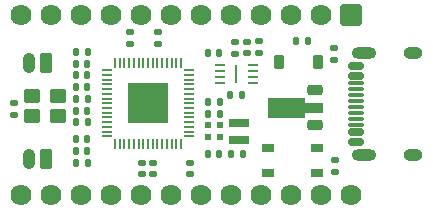
<source format=gbr>
%TF.GenerationSoftware,KiCad,Pcbnew,9.0.3*%
%TF.CreationDate,2025-08-14T14:00:10+02:00*%
%TF.ProjectId,PCB_MF_PicoMicro,5043425f-4d46-45f5-9069-636f4d696372,rev?*%
%TF.SameCoordinates,Original*%
%TF.FileFunction,Soldermask,Top*%
%TF.FilePolarity,Negative*%
%FSLAX46Y46*%
G04 Gerber Fmt 4.6, Leading zero omitted, Abs format (unit mm)*
G04 Created by KiCad (PCBNEW 9.0.3) date 2025-08-14 14:00:10*
%MOMM*%
%LPD*%
G01*
G04 APERTURE LIST*
G04 Aperture macros list*
%AMRoundRect*
0 Rectangle with rounded corners*
0 $1 Rounding radius*
0 $2 $3 $4 $5 $6 $7 $8 $9 X,Y pos of 4 corners*
0 Add a 4 corners polygon primitive as box body*
4,1,4,$2,$3,$4,$5,$6,$7,$8,$9,$2,$3,0*
0 Add four circle primitives for the rounded corners*
1,1,$1+$1,$2,$3*
1,1,$1+$1,$4,$5*
1,1,$1+$1,$6,$7*
1,1,$1+$1,$8,$9*
0 Add four rect primitives between the rounded corners*
20,1,$1+$1,$2,$3,$4,$5,0*
20,1,$1+$1,$4,$5,$6,$7,0*
20,1,$1+$1,$6,$7,$8,$9,0*
20,1,$1+$1,$8,$9,$2,$3,0*%
%AMFreePoly0*
4,1,9,3.862500,-0.866500,0.737500,-0.866500,0.737500,-0.450000,-0.737500,-0.450000,-0.737500,0.450000,0.737500,0.450000,0.737500,0.866500,3.862500,0.866500,3.862500,-0.866500,3.862500,-0.866500,$1*%
G04 Aperture macros list end*
%ADD10RoundRect,0.140000X-0.140000X-0.170000X0.140000X-0.170000X0.140000X0.170000X-0.140000X0.170000X0*%
%ADD11RoundRect,0.140000X-0.170000X0.140000X-0.170000X-0.140000X0.170000X-0.140000X0.170000X0.140000X0*%
%ADD12RoundRect,0.135000X0.135000X0.185000X-0.135000X0.185000X-0.135000X-0.185000X0.135000X-0.185000X0*%
%ADD13RoundRect,0.140000X0.140000X0.170000X-0.140000X0.170000X-0.140000X-0.170000X0.140000X-0.170000X0*%
%ADD14RoundRect,0.225000X-0.225000X-0.375000X0.225000X-0.375000X0.225000X0.375000X-0.225000X0.375000X0*%
%ADD15RoundRect,0.135000X-0.135000X-0.185000X0.135000X-0.185000X0.135000X0.185000X-0.135000X0.185000X0*%
%ADD16RoundRect,0.250000X0.265000X0.615000X-0.265000X0.615000X-0.265000X-0.615000X0.265000X-0.615000X0*%
%ADD17O,1.030000X1.730000*%
%ADD18RoundRect,0.140000X0.170000X-0.140000X0.170000X0.140000X-0.170000X0.140000X-0.170000X-0.140000X0*%
%ADD19RoundRect,0.250000X-0.450000X-0.350000X0.450000X-0.350000X0.450000X0.350000X-0.450000X0.350000X0*%
%ADD20RoundRect,0.225000X0.425000X0.225000X-0.425000X0.225000X-0.425000X-0.225000X0.425000X-0.225000X0*%
%ADD21FreePoly0,180.000000*%
%ADD22RoundRect,0.135000X0.185000X-0.135000X0.185000X0.135000X-0.185000X0.135000X-0.185000X-0.135000X0*%
%ADD23R,0.530000X0.470000*%
%ADD24R,0.200000X0.875000*%
%ADD25R,0.875000X0.200000*%
%ADD26C,0.425000*%
%ADD27R,3.400000X3.400000*%
%ADD28RoundRect,0.147500X-0.147500X-0.172500X0.147500X-0.172500X0.147500X0.172500X-0.147500X0.172500X0*%
%ADD29RoundRect,0.102000X-0.787400X0.787400X-0.787400X-0.787400X0.787400X-0.787400X0.787400X0.787400X0*%
%ADD30C,1.778800*%
%ADD31RoundRect,0.062500X-0.387500X-0.062500X0.387500X-0.062500X0.387500X0.062500X-0.387500X0.062500X0*%
%ADD32R,0.200000X1.600000*%
%ADD33R,1.050000X0.650000*%
%ADD34R,1.700000X0.700000*%
%ADD35RoundRect,0.135000X-0.185000X0.135000X-0.185000X-0.135000X0.185000X-0.135000X0.185000X0.135000X0*%
%ADD36RoundRect,0.150000X0.500000X-0.150000X0.500000X0.150000X-0.500000X0.150000X-0.500000X-0.150000X0*%
%ADD37RoundRect,0.075000X0.575000X-0.075000X0.575000X0.075000X-0.575000X0.075000X-0.575000X-0.075000X0*%
%ADD38O,2.100000X1.000000*%
%ADD39O,1.600000X1.000000*%
G04 APERTURE END LIST*
D10*
%TO.C,C15*%
X124480000Y-89850000D03*
X125440000Y-89850000D03*
%TD*%
D11*
%TO.C,C11*%
X116960000Y-95590000D03*
X116960000Y-96550000D03*
%TD*%
D12*
%TO.C,R2*%
X112380000Y-90170000D03*
X111360000Y-90170000D03*
%TD*%
D13*
%TO.C,C12*%
X112340000Y-93590000D03*
X111380000Y-93590000D03*
%TD*%
D12*
%TO.C,R4*%
X123570000Y-91440000D03*
X122550000Y-91440000D03*
%TD*%
D14*
%TO.C,D1*%
X128560000Y-87060000D03*
X131860000Y-87060000D03*
%TD*%
D10*
%TO.C,C14*%
X122560000Y-86270000D03*
X123520000Y-86270000D03*
%TD*%
D15*
%TO.C,R9*%
X111380000Y-86190000D03*
X112400000Y-86190000D03*
%TD*%
D13*
%TO.C,C9*%
X112350000Y-88170000D03*
X111390000Y-88170000D03*
%TD*%
D15*
%TO.C,R10*%
X111380000Y-95570000D03*
X112400000Y-95570000D03*
%TD*%
D16*
%TO.C,J7*%
X108900000Y-87175000D03*
D17*
X107400000Y-87175000D03*
%TD*%
D18*
%TO.C,C6*%
X118340000Y-85510000D03*
X118340000Y-84550000D03*
%TD*%
D19*
%TO.C,Y1*%
X107675000Y-91600000D03*
X109875000Y-91600000D03*
X109875000Y-89900000D03*
X107675000Y-89900000D03*
%TD*%
D11*
%TO.C,C10*%
X121060000Y-95560000D03*
X121060000Y-96520000D03*
%TD*%
D18*
%TO.C,C13*%
X116010000Y-85510000D03*
X116010000Y-84550000D03*
%TD*%
D20*
%TO.C,U2*%
X131650000Y-92410000D03*
D21*
X131562500Y-90910000D03*
D20*
X131650000Y-89410000D03*
%TD*%
D22*
%TO.C,R7*%
X133340000Y-96390000D03*
X133340000Y-95370000D03*
%TD*%
D18*
%TO.C,C2*%
X126920000Y-86270000D03*
X126920000Y-85310000D03*
%TD*%
D23*
%TO.C,C16*%
X122590000Y-92360000D03*
X122590000Y-93390000D03*
%TD*%
D24*
%TO.C,U1*%
X120300000Y-87110000D03*
X119900000Y-87110000D03*
X119500000Y-87110000D03*
X119100000Y-87110000D03*
X118700000Y-87110000D03*
X118300000Y-87110000D03*
X117900000Y-87110000D03*
X117500000Y-87110000D03*
X117100000Y-87110000D03*
X116700000Y-87110000D03*
X116300000Y-87110000D03*
X115900000Y-87110000D03*
X115500000Y-87110000D03*
X115100000Y-87110000D03*
X114700000Y-87110000D03*
D25*
X114062500Y-87747500D03*
X114062500Y-88147500D03*
X114062500Y-88547500D03*
X114062500Y-88947500D03*
X114062500Y-89347500D03*
X114062500Y-89747500D03*
X114062500Y-90147500D03*
X114062500Y-90547500D03*
X114062500Y-90947500D03*
X114062500Y-91347500D03*
X114062500Y-91747500D03*
X114062500Y-92147500D03*
X114062500Y-92547500D03*
X114062500Y-92947500D03*
X114062500Y-93347500D03*
D24*
X114700000Y-93985000D03*
X115100000Y-93985000D03*
X115500000Y-93985000D03*
X115900000Y-93985000D03*
X116300000Y-93985000D03*
X116700000Y-93985000D03*
X117100000Y-93985000D03*
X117500000Y-93985000D03*
X117900000Y-93985000D03*
X118300000Y-93985000D03*
X118700000Y-93985000D03*
X119100000Y-93985000D03*
X119500000Y-93985000D03*
X119900000Y-93985000D03*
X120300000Y-93985000D03*
D25*
X120937500Y-93347500D03*
X120937500Y-92947500D03*
X120937500Y-92547500D03*
X120937500Y-92147500D03*
X120937500Y-91747500D03*
X120937500Y-91347500D03*
X120937500Y-90947500D03*
X120937500Y-90547500D03*
X120937500Y-90147500D03*
X120937500Y-89747500D03*
X120937500Y-89347500D03*
X120937500Y-88947500D03*
X120937500Y-88547500D03*
X120937500Y-88147500D03*
X120937500Y-87747500D03*
D26*
X118350000Y-89697500D03*
X117500000Y-89697500D03*
X116650000Y-89697500D03*
X118350000Y-90547500D03*
X117500000Y-90547500D03*
D27*
X117500000Y-90547500D03*
D26*
X116650000Y-90547500D03*
X118350000Y-91397500D03*
X117500000Y-91397500D03*
X116650000Y-91397500D03*
%TD*%
D16*
%TO.C,J8*%
X108900000Y-95225000D03*
D17*
X107400000Y-95225000D03*
%TD*%
D18*
%TO.C,C5*%
X106150000Y-91510000D03*
X106150000Y-90550000D03*
%TD*%
D11*
%TO.C,C8*%
X117950000Y-95590000D03*
X117950000Y-96550000D03*
%TD*%
D28*
%TO.C,D2*%
X111400000Y-94580000D03*
X112370000Y-94580000D03*
%TD*%
D13*
%TO.C,C4*%
X112350000Y-89140000D03*
X111390000Y-89140000D03*
%TD*%
D12*
%TO.C,R5*%
X125560000Y-94800000D03*
X124540000Y-94800000D03*
%TD*%
D13*
%TO.C,C18*%
X123550000Y-94800000D03*
X122590000Y-94800000D03*
%TD*%
D29*
%TO.C,U5*%
X134690000Y-83110000D03*
D30*
X132150000Y-83110000D03*
X129610000Y-83110000D03*
X127070000Y-83110000D03*
X124530000Y-83110000D03*
X121990000Y-83110000D03*
X119450000Y-83110000D03*
X116910000Y-83110000D03*
X114370000Y-83110000D03*
X111830000Y-83110000D03*
X109290000Y-83110000D03*
X106750000Y-83110000D03*
X106750000Y-98350000D03*
X109290000Y-98350000D03*
X111830000Y-98350000D03*
X114370000Y-98350000D03*
X116910000Y-98350000D03*
X119450000Y-98350000D03*
X121990000Y-98350000D03*
X124530000Y-98350000D03*
X127070000Y-98350000D03*
X129610000Y-98350000D03*
X132150000Y-98350000D03*
X134690000Y-98350000D03*
%TD*%
D12*
%TO.C,R6*%
X112390000Y-92160000D03*
X111370000Y-92160000D03*
%TD*%
%TO.C,R3*%
X123570000Y-90440000D03*
X122550000Y-90440000D03*
%TD*%
D31*
%TO.C,U4*%
X123560000Y-87340000D03*
X123560000Y-87840000D03*
X123560000Y-88340000D03*
X123560000Y-88840000D03*
X126410000Y-88840000D03*
X126410000Y-88340000D03*
X126410000Y-87840000D03*
X126410000Y-87340000D03*
D32*
X124985000Y-88090000D03*
%TD*%
D22*
%TO.C,R1*%
X124870000Y-86350000D03*
X124870000Y-85330000D03*
%TD*%
D33*
%TO.C,SW1*%
X131805000Y-96460000D03*
X127655000Y-96460000D03*
X131805000Y-94310000D03*
X127680000Y-94310000D03*
%TD*%
D13*
%TO.C,C7*%
X112340000Y-91160000D03*
X111380000Y-91160000D03*
%TD*%
D34*
%TO.C,L1*%
X125170000Y-92250000D03*
X125170000Y-93650000D03*
%TD*%
D18*
%TO.C,C3*%
X125900000Y-86280000D03*
X125900000Y-85320000D03*
%TD*%
D35*
%TO.C,R8*%
X133280000Y-85900000D03*
X133280000Y-86920000D03*
%TD*%
D36*
%TO.C,J3*%
X135120000Y-93800000D03*
X135120000Y-93000000D03*
D37*
X135120000Y-91850000D03*
X135120000Y-90850000D03*
X135120000Y-90350000D03*
X135120000Y-89350000D03*
D36*
X135120000Y-88200000D03*
X135120000Y-87400000D03*
X135120000Y-87400000D03*
X135120000Y-88200000D03*
D37*
X135120000Y-88850000D03*
X135120000Y-89850000D03*
X135120000Y-91350000D03*
X135120000Y-92350000D03*
D36*
X135120000Y-93000000D03*
X135120000Y-93800000D03*
D38*
X135760000Y-94920000D03*
D39*
X139940000Y-94920000D03*
D38*
X135760000Y-86280000D03*
D39*
X139940000Y-86280000D03*
%TD*%
D10*
%TO.C,C1*%
X130060000Y-85300000D03*
X131020000Y-85300000D03*
%TD*%
D23*
%TO.C,C17*%
X123600000Y-92360000D03*
X123600000Y-93390000D03*
%TD*%
D28*
%TO.C,D3*%
X111405000Y-87180000D03*
X112375000Y-87180000D03*
%TD*%
M02*

</source>
